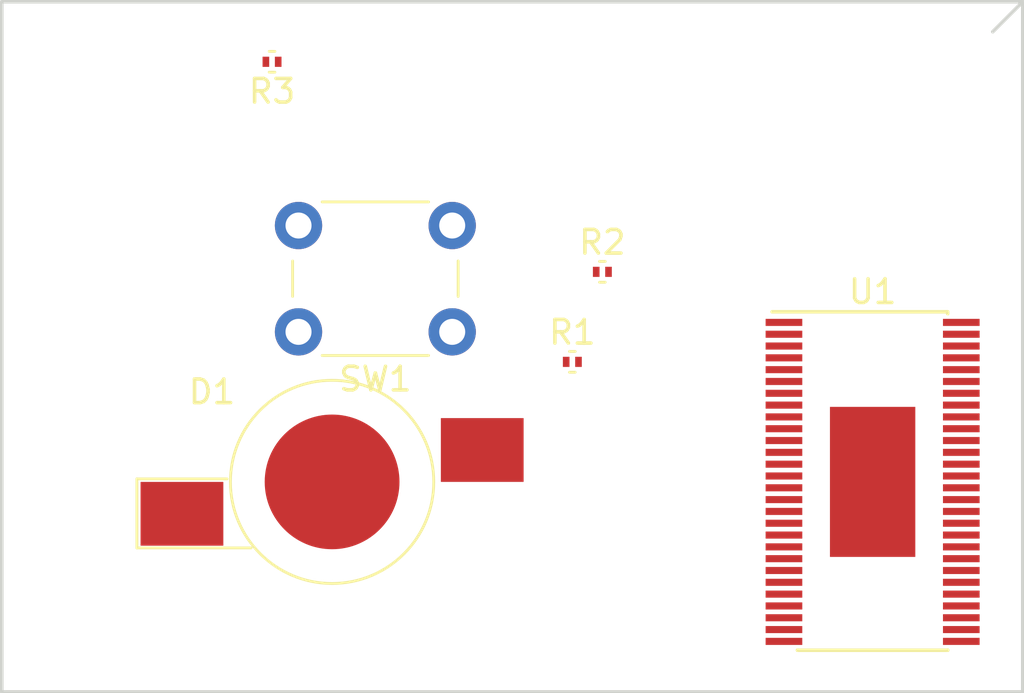
<source format=kicad_pcb>
(kicad_pcb (version 4) (host pcbnew 4.0.7)

  (general
    (links 11)
    (no_connects 11)
    (area 203.2 121.92 247.65 152.4)
    (thickness 1.6)
    (drawings 5)
    (tracks 0)
    (zones 0)
    (modules 6)
    (nets 30)
  )

  (page A4)
  (layers
    (0 F.Cu signal)
    (31 B.Cu signal)
    (32 B.Adhes user)
    (33 F.Adhes user)
    (34 B.Paste user)
    (35 F.Paste user)
    (36 B.SilkS user)
    (37 F.SilkS user)
    (38 B.Mask user)
    (39 F.Mask user)
    (40 Dwgs.User user)
    (41 Cmts.User user)
    (42 Eco1.User user)
    (43 Eco2.User user)
    (44 Edge.Cuts user)
    (45 Margin user)
    (46 B.CrtYd user)
    (47 F.CrtYd user)
    (48 B.Fab user)
    (49 F.Fab user)
  )

  (setup
    (last_trace_width 0.25)
    (trace_clearance 0.2)
    (zone_clearance 0.508)
    (zone_45_only no)
    (trace_min 0.2)
    (segment_width 0.2)
    (edge_width 0.15)
    (via_size 0.6)
    (via_drill 0.4)
    (via_min_size 0.4)
    (via_min_drill 0.3)
    (uvia_size 0.3)
    (uvia_drill 0.1)
    (uvias_allowed no)
    (uvia_min_size 0.2)
    (uvia_min_drill 0.1)
    (pcb_text_width 0.3)
    (pcb_text_size 1.5 1.5)
    (mod_edge_width 0.15)
    (mod_text_size 1 1)
    (mod_text_width 0.15)
    (pad_size 1.524 1.524)
    (pad_drill 0.762)
    (pad_to_mask_clearance 0.2)
    (aux_axis_origin 0 0)
    (visible_elements 7FFFFFFF)
    (pcbplotparams
      (layerselection 0x00030_80000001)
      (usegerberextensions false)
      (excludeedgelayer true)
      (linewidth 0.100000)
      (plotframeref false)
      (viasonmask false)
      (mode 1)
      (useauxorigin false)
      (hpglpennumber 1)
      (hpglpenspeed 20)
      (hpglpendiameter 15)
      (hpglpenoverlay 2)
      (psnegative false)
      (psa4output false)
      (plotreference true)
      (plotvalue true)
      (plotinvisibletext false)
      (padsonsilk false)
      (subtractmaskfromsilk false)
      (outputformat 1)
      (mirror false)
      (drillshape 1)
      (scaleselection 1)
      (outputdirectory ""))
  )

  (net 0 "")
  (net 1 "Net-(D1-Pad2)")
  (net 2 "Net-(D1-Pad1)")
  (net 3 +5V)
  (net 4 "Net-(R1-Pad2)")
  (net 5 GND)
  (net 6 "Net-(R3-Pad2)")
  (net 7 "Net-(U1-Pad3)")
  (net 8 "Net-(U1-Pad4)")
  (net 9 "Net-(U1-Pad5)")
  (net 10 "Net-(U1-Pad6)")
  (net 11 "Net-(U1-Pad9)")
  (net 12 "Net-(U1-Pad10)")
  (net 13 "Net-(U1-Pad11)")
  (net 14 "Net-(U1-Pad13)")
  (net 15 "Net-(U1-Pad14)")
  (net 16 "Net-(U1-Pad15)")
  (net 17 "Net-(U1-Pad16)")
  (net 18 "Net-(U1-Pad17)")
  (net 19 "Net-(U1-Pad18)")
  (net 20 "Net-(U1-Pad19)")
  (net 21 "Net-(U1-Pad20)")
  (net 22 "Net-(U1-Pad21)")
  (net 23 "Net-(U1-Pad22)")
  (net 24 "Net-(U1-Pad23)")
  (net 25 "Net-(U1-Pad24)")
  (net 26 "Net-(U1-Pad25)")
  (net 27 "Net-(U1-Pad26)")
  (net 28 "Net-(U1-Pad27)")
  (net 29 "Net-(U1-Pad28)")

  (net_class Default "This is the default net class."
    (clearance 0.2)
    (trace_width 0.25)
    (via_dia 0.6)
    (via_drill 0.4)
    (uvia_dia 0.3)
    (uvia_drill 0.1)
    (add_net +5V)
    (add_net GND)
    (add_net "Net-(D1-Pad1)")
    (add_net "Net-(D1-Pad2)")
    (add_net "Net-(R1-Pad2)")
    (add_net "Net-(R3-Pad2)")
    (add_net "Net-(U1-Pad10)")
    (add_net "Net-(U1-Pad11)")
    (add_net "Net-(U1-Pad13)")
    (add_net "Net-(U1-Pad14)")
    (add_net "Net-(U1-Pad15)")
    (add_net "Net-(U1-Pad16)")
    (add_net "Net-(U1-Pad17)")
    (add_net "Net-(U1-Pad18)")
    (add_net "Net-(U1-Pad19)")
    (add_net "Net-(U1-Pad20)")
    (add_net "Net-(U1-Pad21)")
    (add_net "Net-(U1-Pad22)")
    (add_net "Net-(U1-Pad23)")
    (add_net "Net-(U1-Pad24)")
    (add_net "Net-(U1-Pad25)")
    (add_net "Net-(U1-Pad26)")
    (add_net "Net-(U1-Pad27)")
    (add_net "Net-(U1-Pad28)")
    (add_net "Net-(U1-Pad3)")
    (add_net "Net-(U1-Pad4)")
    (add_net "Net-(U1-Pad5)")
    (add_net "Net-(U1-Pad6)")
    (add_net "Net-(U1-Pad9)")
  )

  (module LEDs:LED_1W_3W_R8 placed (layer F.Cu) (tedit 58AC980C) (tstamp 59D57E71)
    (at 218.44 143.51)
    (descr https://www.gme.cz/data/attachments/dsh.518-234.1.pdf)
    (tags "LED 1W 3W 5W")
    (path /59D58641)
    (attr smd)
    (fp_text reference D1 (at -5.08 -3.81) (layer F.SilkS)
      (effects (font (size 1 1) (thickness 0.15)))
    )
    (fp_text value LED (at 0 5.08) (layer F.Fab)
      (effects (font (size 1 1) (thickness 0.15)))
    )
    (fp_text user %R (at 0 -2.54) (layer F.Fab)
      (effects (font (size 1 1) (thickness 0.15)))
    )
    (fp_line (start -2.54 0) (end -1.27 0) (layer F.Fab) (width 0.1))
    (fp_line (start -1.27 -1.27) (end -1.27 1.27) (layer F.Fab) (width 0.1))
    (fp_line (start 1.27 0) (end 2.54 0) (layer F.Fab) (width 0.1))
    (fp_line (start 1.27 1.27) (end 1.27 0) (layer F.Fab) (width 0.1))
    (fp_line (start -1.27 0) (end 1.27 1.27) (layer F.Fab) (width 0.1))
    (fp_line (start 1.27 -1.27) (end 1.27 1.27) (layer F.Fab) (width 0.1))
    (fp_line (start -1.27 0) (end 1.27 -1.27) (layer F.Fab) (width 0.1))
    (fp_arc (start 0 0) (end 4.59 0.45) (angle 131.3332206) (layer F.CrtYd) (width 0.05))
    (fp_arc (start 0 0) (end -4.59 -0.45) (angle 131.3332206) (layer F.CrtYd) (width 0.05))
    (fp_line (start 8.55 0.45) (end 4.59 0.45) (layer F.CrtYd) (width 0.05))
    (fp_line (start 8.55 -3.15) (end 8.55 0.45) (layer F.CrtYd) (width 0.05))
    (fp_line (start 3.37 -3.15) (end 8.55 -3.15) (layer F.CrtYd) (width 0.05))
    (fp_line (start -8.55 3.15) (end -3.37 3.15) (layer F.CrtYd) (width 0.05))
    (fp_line (start -8.55 -0.45) (end -8.55 3.15) (layer F.CrtYd) (width 0.05))
    (fp_line (start -4.59 -0.45) (end -8.55 -0.45) (layer F.CrtYd) (width 0.05))
    (fp_line (start -8.255 2.794) (end -3.429 2.794) (layer F.SilkS) (width 0.12))
    (fp_line (start -8.255 -0.127) (end -8.255 2.794) (layer F.SilkS) (width 0.12))
    (fp_line (start -4.445 -0.127) (end -8.255 -0.127) (layer F.SilkS) (width 0.12))
    (fp_circle (center 0 0) (end -4.3 0) (layer F.SilkS) (width 0.12))
    (fp_line (start 4.318 1.016) (end 5.334 1.016) (layer F.Fab) (width 0.1))
    (fp_line (start -5.334 -1.016) (end -4.318 -1.016) (layer F.Fab) (width 0.1))
    (fp_line (start 4.826 1.524) (end 4.826 0.508) (layer F.Fab) (width 0.1))
    (fp_circle (center 0 0) (end 4.025 0) (layer F.Fab) (width 0.1))
    (pad 2 smd rect (at 6.35 -1.35) (size 3.5 2.7) (layers F.Cu F.Paste F.Mask)
      (net 1 "Net-(D1-Pad2)"))
    (pad 1 smd rect (at -6.35 1.35) (size 3.5 2.7) (layers F.Cu F.Paste F.Mask)
      (net 2 "Net-(D1-Pad1)"))
    (pad 3 smd circle (at 0 0) (size 5.7 5.7) (layers F.Cu F.Paste F.Mask))
    (model ${KISYS3DMOD}/LEDs.3dshapes/LED_1W_3W_R8.wrl
      (at (xyz 0 0 0))
      (scale (xyz 1 1 1))
      (rotate (xyz 0 0 0))
    )
  )

  (module Resistors_SMD:R_0201 placed (layer F.Cu) (tedit 58E0A804) (tstamp 59D57E77)
    (at 228.6 138.43)
    (descr "Resistor SMD 0201, reflow soldering, Vishay (see crcw0201e3.pdf)")
    (tags "resistor 0201")
    (path /59D58A0D)
    (attr smd)
    (fp_text reference R1 (at 0 -1.25) (layer F.SilkS)
      (effects (font (size 1 1) (thickness 0.15)))
    )
    (fp_text value 1K (at 0 1.3) (layer F.Fab)
      (effects (font (size 1 1) (thickness 0.15)))
    )
    (fp_text user %R (at 0 -1.25) (layer F.Fab)
      (effects (font (size 1 1) (thickness 0.15)))
    )
    (fp_line (start -0.3 0.15) (end -0.3 -0.15) (layer F.Fab) (width 0.1))
    (fp_line (start 0.3 0.15) (end -0.3 0.15) (layer F.Fab) (width 0.1))
    (fp_line (start 0.3 -0.15) (end 0.3 0.15) (layer F.Fab) (width 0.1))
    (fp_line (start -0.3 -0.15) (end 0.3 -0.15) (layer F.Fab) (width 0.1))
    (fp_line (start 0.12 -0.44) (end -0.12 -0.44) (layer F.SilkS) (width 0.12))
    (fp_line (start -0.12 0.44) (end 0.12 0.44) (layer F.SilkS) (width 0.12))
    (fp_line (start -0.55 -0.37) (end 0.55 -0.37) (layer F.CrtYd) (width 0.05))
    (fp_line (start -0.55 -0.37) (end -0.55 0.36) (layer F.CrtYd) (width 0.05))
    (fp_line (start 0.55 0.36) (end 0.55 -0.37) (layer F.CrtYd) (width 0.05))
    (fp_line (start 0.55 0.36) (end -0.55 0.36) (layer F.CrtYd) (width 0.05))
    (pad 1 smd rect (at -0.26 0) (size 0.28 0.43) (layers F.Cu F.Paste F.Mask)
      (net 3 +5V))
    (pad 2 smd rect (at 0.26 0) (size 0.28 0.43) (layers F.Cu F.Paste F.Mask)
      (net 4 "Net-(R1-Pad2)"))
    (model ${KISYS3DMOD}/Resistors_SMD.3dshapes/R_0201.wrl
      (at (xyz 0 0 0))
      (scale (xyz 1 1 1))
      (rotate (xyz 0 0 0))
    )
  )

  (module Resistors_SMD:R_0201 placed (layer F.Cu) (tedit 58E0A804) (tstamp 59D57E7D)
    (at 229.87 134.62)
    (descr "Resistor SMD 0201, reflow soldering, Vishay (see crcw0201e3.pdf)")
    (tags "resistor 0201")
    (path /59D591D0)
    (attr smd)
    (fp_text reference R2 (at 0 -1.25) (layer F.SilkS)
      (effects (font (size 1 1) (thickness 0.15)))
    )
    (fp_text value 10K (at 0 1.3) (layer F.Fab)
      (effects (font (size 1 1) (thickness 0.15)))
    )
    (fp_text user %R (at 0 -1.25) (layer F.Fab)
      (effects (font (size 1 1) (thickness 0.15)))
    )
    (fp_line (start -0.3 0.15) (end -0.3 -0.15) (layer F.Fab) (width 0.1))
    (fp_line (start 0.3 0.15) (end -0.3 0.15) (layer F.Fab) (width 0.1))
    (fp_line (start 0.3 -0.15) (end 0.3 0.15) (layer F.Fab) (width 0.1))
    (fp_line (start -0.3 -0.15) (end 0.3 -0.15) (layer F.Fab) (width 0.1))
    (fp_line (start 0.12 -0.44) (end -0.12 -0.44) (layer F.SilkS) (width 0.12))
    (fp_line (start -0.12 0.44) (end 0.12 0.44) (layer F.SilkS) (width 0.12))
    (fp_line (start -0.55 -0.37) (end 0.55 -0.37) (layer F.CrtYd) (width 0.05))
    (fp_line (start -0.55 -0.37) (end -0.55 0.36) (layer F.CrtYd) (width 0.05))
    (fp_line (start 0.55 0.36) (end 0.55 -0.37) (layer F.CrtYd) (width 0.05))
    (fp_line (start 0.55 0.36) (end -0.55 0.36) (layer F.CrtYd) (width 0.05))
    (pad 1 smd rect (at -0.26 0) (size 0.28 0.43) (layers F.Cu F.Paste F.Mask)
      (net 2 "Net-(D1-Pad1)"))
    (pad 2 smd rect (at 0.26 0) (size 0.28 0.43) (layers F.Cu F.Paste F.Mask)
      (net 5 GND))
    (model ${KISYS3DMOD}/Resistors_SMD.3dshapes/R_0201.wrl
      (at (xyz 0 0 0))
      (scale (xyz 1 1 1))
      (rotate (xyz 0 0 0))
    )
  )

  (module Resistors_SMD:R_0201 placed (layer F.Cu) (tedit 58E0A804) (tstamp 59D57E83)
    (at 215.9 125.73 180)
    (descr "Resistor SMD 0201, reflow soldering, Vishay (see crcw0201e3.pdf)")
    (tags "resistor 0201")
    (path /59D59152)
    (attr smd)
    (fp_text reference R3 (at 0 -1.25 180) (layer F.SilkS)
      (effects (font (size 1 1) (thickness 0.15)))
    )
    (fp_text value 1K (at 0 1.3 180) (layer F.Fab)
      (effects (font (size 1 1) (thickness 0.15)))
    )
    (fp_text user %R (at 0 -1.25 180) (layer F.Fab)
      (effects (font (size 1 1) (thickness 0.15)))
    )
    (fp_line (start -0.3 0.15) (end -0.3 -0.15) (layer F.Fab) (width 0.1))
    (fp_line (start 0.3 0.15) (end -0.3 0.15) (layer F.Fab) (width 0.1))
    (fp_line (start 0.3 -0.15) (end 0.3 0.15) (layer F.Fab) (width 0.1))
    (fp_line (start -0.3 -0.15) (end 0.3 -0.15) (layer F.Fab) (width 0.1))
    (fp_line (start 0.12 -0.44) (end -0.12 -0.44) (layer F.SilkS) (width 0.12))
    (fp_line (start -0.12 0.44) (end 0.12 0.44) (layer F.SilkS) (width 0.12))
    (fp_line (start -0.55 -0.37) (end 0.55 -0.37) (layer F.CrtYd) (width 0.05))
    (fp_line (start -0.55 -0.37) (end -0.55 0.36) (layer F.CrtYd) (width 0.05))
    (fp_line (start 0.55 0.36) (end 0.55 -0.37) (layer F.CrtYd) (width 0.05))
    (fp_line (start 0.55 0.36) (end -0.55 0.36) (layer F.CrtYd) (width 0.05))
    (pad 1 smd rect (at -0.26 0 180) (size 0.28 0.43) (layers F.Cu F.Paste F.Mask)
      (net 2 "Net-(D1-Pad1)"))
    (pad 2 smd rect (at 0.26 0 180) (size 0.28 0.43) (layers F.Cu F.Paste F.Mask)
      (net 6 "Net-(R3-Pad2)"))
    (model ${KISYS3DMOD}/Resistors_SMD.3dshapes/R_0201.wrl
      (at (xyz 0 0 0))
      (scale (xyz 1 1 1))
      (rotate (xyz 0 0 0))
    )
  )

  (module Buttons_Switches_THT:SW_PUSH_6mm placed (layer F.Cu) (tedit 5923F252) (tstamp 59D57E8B)
    (at 223.52 137.16 180)
    (descr https://www.omron.com/ecb/products/pdf/en-b3f.pdf)
    (tags "tact sw push 6mm")
    (path /59D58E72)
    (fp_text reference SW1 (at 3.25 -2 180) (layer F.SilkS)
      (effects (font (size 1 1) (thickness 0.15)))
    )
    (fp_text value SW_Push (at 3.75 6.7 180) (layer F.Fab)
      (effects (font (size 1 1) (thickness 0.15)))
    )
    (fp_text user %R (at 3.25 2.25 180) (layer F.Fab)
      (effects (font (size 1 1) (thickness 0.15)))
    )
    (fp_line (start 3.25 -0.75) (end 6.25 -0.75) (layer F.Fab) (width 0.1))
    (fp_line (start 6.25 -0.75) (end 6.25 5.25) (layer F.Fab) (width 0.1))
    (fp_line (start 6.25 5.25) (end 0.25 5.25) (layer F.Fab) (width 0.1))
    (fp_line (start 0.25 5.25) (end 0.25 -0.75) (layer F.Fab) (width 0.1))
    (fp_line (start 0.25 -0.75) (end 3.25 -0.75) (layer F.Fab) (width 0.1))
    (fp_line (start 7.75 6) (end 8 6) (layer F.CrtYd) (width 0.05))
    (fp_line (start 8 6) (end 8 5.75) (layer F.CrtYd) (width 0.05))
    (fp_line (start 7.75 -1.5) (end 8 -1.5) (layer F.CrtYd) (width 0.05))
    (fp_line (start 8 -1.5) (end 8 -1.25) (layer F.CrtYd) (width 0.05))
    (fp_line (start -1.5 -1.25) (end -1.5 -1.5) (layer F.CrtYd) (width 0.05))
    (fp_line (start -1.5 -1.5) (end -1.25 -1.5) (layer F.CrtYd) (width 0.05))
    (fp_line (start -1.5 5.75) (end -1.5 6) (layer F.CrtYd) (width 0.05))
    (fp_line (start -1.5 6) (end -1.25 6) (layer F.CrtYd) (width 0.05))
    (fp_line (start -1.25 -1.5) (end 7.75 -1.5) (layer F.CrtYd) (width 0.05))
    (fp_line (start -1.5 5.75) (end -1.5 -1.25) (layer F.CrtYd) (width 0.05))
    (fp_line (start 7.75 6) (end -1.25 6) (layer F.CrtYd) (width 0.05))
    (fp_line (start 8 -1.25) (end 8 5.75) (layer F.CrtYd) (width 0.05))
    (fp_line (start 1 5.5) (end 5.5 5.5) (layer F.SilkS) (width 0.12))
    (fp_line (start -0.25 1.5) (end -0.25 3) (layer F.SilkS) (width 0.12))
    (fp_line (start 5.5 -1) (end 1 -1) (layer F.SilkS) (width 0.12))
    (fp_line (start 6.75 3) (end 6.75 1.5) (layer F.SilkS) (width 0.12))
    (fp_circle (center 3.25 2.25) (end 1.25 2.5) (layer F.Fab) (width 0.1))
    (pad 2 thru_hole circle (at 0 4.5 270) (size 2 2) (drill 1.1) (layers *.Cu *.Mask)
      (net 2 "Net-(D1-Pad1)"))
    (pad 1 thru_hole circle (at 0 0 270) (size 2 2) (drill 1.1) (layers *.Cu *.Mask)
      (net 3 +5V))
    (pad 2 thru_hole circle (at 6.5 4.5 270) (size 2 2) (drill 1.1) (layers *.Cu *.Mask)
      (net 2 "Net-(D1-Pad1)"))
    (pad 1 thru_hole circle (at 6.5 0 270) (size 2 2) (drill 1.1) (layers *.Cu *.Mask)
      (net 3 +5V))
    (model ${KISYS3DMOD}/Buttons_Switches_THT.3dshapes/SW_PUSH_6mm.wrl
      (at (xyz 0.005 0 0))
      (scale (xyz 0.3937 0.3937 0.3937))
      (rotate (xyz 0 0 0))
    )
  )

  (module Housings_SSOP:HTSSOP-56-1EP_6.1x14mm_Pitch0.5mm placed (layer F.Cu) (tedit 59B99180) (tstamp 59D57EC8)
    (at 241.3 143.51)
    (descr "HTSSOP56: plastic thin shrink small outline package http://www.ti.com/lit/ds/symlink/drv8301.pdf")
    (tags "HTSSOP 0.5")
    (path /59D5885A)
    (attr smd)
    (fp_text reference U1 (at 0 -8.05) (layer F.SilkS)
      (effects (font (size 1 1) (thickness 0.15)))
    )
    (fp_text value ATMEGA8-16PU (at 0 8.05) (layer F.Fab)
      (effects (font (size 1 1) (thickness 0.15)))
    )
    (fp_line (start -2.05 -7) (end 3.05 -7) (layer F.Fab) (width 0.15))
    (fp_line (start 3.05 -7) (end 3.05 7) (layer F.Fab) (width 0.15))
    (fp_line (start 3.05 7) (end -3.05 7) (layer F.Fab) (width 0.15))
    (fp_line (start -3.05 7) (end -3.05 -6) (layer F.Fab) (width 0.15))
    (fp_line (start -3.05 -6) (end -2.05 -7) (layer F.Fab) (width 0.15))
    (fp_line (start -4.8 -7.3) (end -4.8 7.3) (layer F.CrtYd) (width 0.05))
    (fp_line (start 4.8 -7.3) (end 4.8 7.3) (layer F.CrtYd) (width 0.05))
    (fp_line (start -4.8 -7.3) (end 4.8 -7.3) (layer F.CrtYd) (width 0.05))
    (fp_line (start -4.8 7.3) (end 4.8 7.3) (layer F.CrtYd) (width 0.05))
    (fp_line (start 3.175 -7.125) (end 3.175 -7.1175) (layer F.SilkS) (width 0.15))
    (fp_line (start 3.175 7.125) (end 3.175 7.1175) (layer F.SilkS) (width 0.15))
    (fp_line (start -3.175 7.125) (end -3.175 7.1175) (layer F.SilkS) (width 0.15))
    (fp_line (start -4.25 -7.2) (end 3.175 -7.2) (layer F.SilkS) (width 0.15))
    (fp_line (start -3.175 7.125) (end 3.175 7.125) (layer F.SilkS) (width 0.15))
    (fp_text user %R (at 0 0) (layer F.Fab)
      (effects (font (size 1 1) (thickness 0.15)))
    )
    (pad 1 smd rect (at -3.75 -6.75) (size 1.55 0.3) (layers F.Cu F.Paste F.Mask)
      (net 4 "Net-(R1-Pad2)"))
    (pad 2 smd rect (at -3.75 -6.25) (size 1.55 0.3) (layers F.Cu F.Paste F.Mask)
      (net 6 "Net-(R3-Pad2)"))
    (pad 3 smd rect (at -3.75 -5.75) (size 1.55 0.3) (layers F.Cu F.Paste F.Mask)
      (net 7 "Net-(U1-Pad3)"))
    (pad 4 smd rect (at -3.75 -5.25) (size 1.55 0.3) (layers F.Cu F.Paste F.Mask)
      (net 8 "Net-(U1-Pad4)"))
    (pad 5 smd rect (at -3.75 -4.75) (size 1.55 0.3) (layers F.Cu F.Paste F.Mask)
      (net 9 "Net-(U1-Pad5)"))
    (pad 6 smd rect (at -3.75 -4.25) (size 1.55 0.3) (layers F.Cu F.Paste F.Mask)
      (net 10 "Net-(U1-Pad6)"))
    (pad 7 smd rect (at -3.75 -3.75) (size 1.55 0.3) (layers F.Cu F.Paste F.Mask)
      (net 3 +5V))
    (pad 8 smd rect (at -3.75 -3.25) (size 1.55 0.3) (layers F.Cu F.Paste F.Mask)
      (net 5 GND))
    (pad 9 smd rect (at -3.75 -2.75) (size 1.55 0.3) (layers F.Cu F.Paste F.Mask)
      (net 11 "Net-(U1-Pad9)"))
    (pad 10 smd rect (at -3.75 -2.25) (size 1.55 0.3) (layers F.Cu F.Paste F.Mask)
      (net 12 "Net-(U1-Pad10)"))
    (pad 11 smd rect (at -3.75 -1.75) (size 1.55 0.3) (layers F.Cu F.Paste F.Mask)
      (net 13 "Net-(U1-Pad11)"))
    (pad 12 smd rect (at -3.75 -1.25) (size 1.55 0.3) (layers F.Cu F.Paste F.Mask)
      (net 1 "Net-(D1-Pad2)"))
    (pad 13 smd rect (at -3.75 -0.75) (size 1.55 0.3) (layers F.Cu F.Paste F.Mask)
      (net 14 "Net-(U1-Pad13)"))
    (pad 14 smd rect (at -3.75 -0.25) (size 1.55 0.3) (layers F.Cu F.Paste F.Mask)
      (net 15 "Net-(U1-Pad14)"))
    (pad 15 smd rect (at -3.75 0.25) (size 1.55 0.3) (layers F.Cu F.Paste F.Mask)
      (net 16 "Net-(U1-Pad15)"))
    (pad 16 smd rect (at -3.75 0.75) (size 1.55 0.3) (layers F.Cu F.Paste F.Mask)
      (net 17 "Net-(U1-Pad16)"))
    (pad 17 smd rect (at -3.75 1.25) (size 1.55 0.3) (layers F.Cu F.Paste F.Mask)
      (net 18 "Net-(U1-Pad17)"))
    (pad 18 smd rect (at -3.75 1.75) (size 1.55 0.3) (layers F.Cu F.Paste F.Mask)
      (net 19 "Net-(U1-Pad18)"))
    (pad 19 smd rect (at -3.75 2.25) (size 1.55 0.3) (layers F.Cu F.Paste F.Mask)
      (net 20 "Net-(U1-Pad19)"))
    (pad 20 smd rect (at -3.75 2.75) (size 1.55 0.3) (layers F.Cu F.Paste F.Mask)
      (net 21 "Net-(U1-Pad20)"))
    (pad 21 smd rect (at -3.75 3.25) (size 1.55 0.3) (layers F.Cu F.Paste F.Mask)
      (net 22 "Net-(U1-Pad21)"))
    (pad 22 smd rect (at -3.75 3.75) (size 1.55 0.3) (layers F.Cu F.Paste F.Mask)
      (net 23 "Net-(U1-Pad22)"))
    (pad 23 smd rect (at -3.75 4.25) (size 1.55 0.3) (layers F.Cu F.Paste F.Mask)
      (net 24 "Net-(U1-Pad23)"))
    (pad 24 smd rect (at -3.75 4.75) (size 1.55 0.3) (layers F.Cu F.Paste F.Mask)
      (net 25 "Net-(U1-Pad24)"))
    (pad 25 smd rect (at -3.75 5.25) (size 1.55 0.3) (layers F.Cu F.Paste F.Mask)
      (net 26 "Net-(U1-Pad25)"))
    (pad 26 smd rect (at -3.75 5.75) (size 1.55 0.3) (layers F.Cu F.Paste F.Mask)
      (net 27 "Net-(U1-Pad26)"))
    (pad 27 smd rect (at -3.75 6.25) (size 1.55 0.3) (layers F.Cu F.Paste F.Mask)
      (net 28 "Net-(U1-Pad27)"))
    (pad 28 smd rect (at -3.75 6.75) (size 1.55 0.3) (layers F.Cu F.Paste F.Mask)
      (net 29 "Net-(U1-Pad28)"))
    (pad 29 smd rect (at 3.75 6.75) (size 1.55 0.3) (layers F.Cu F.Paste F.Mask))
    (pad 30 smd rect (at 3.75 6.25) (size 1.55 0.3) (layers F.Cu F.Paste F.Mask))
    (pad 31 smd rect (at 3.75 5.75) (size 1.55 0.3) (layers F.Cu F.Paste F.Mask))
    (pad 32 smd rect (at 3.75 5.25) (size 1.55 0.3) (layers F.Cu F.Paste F.Mask))
    (pad 33 smd rect (at 3.75 4.75) (size 1.55 0.3) (layers F.Cu F.Paste F.Mask))
    (pad 34 smd rect (at 3.75 4.25) (size 1.55 0.3) (layers F.Cu F.Paste F.Mask))
    (pad 35 smd rect (at 3.75 3.75) (size 1.55 0.3) (layers F.Cu F.Paste F.Mask))
    (pad 36 smd rect (at 3.75 3.25) (size 1.55 0.3) (layers F.Cu F.Paste F.Mask))
    (pad 37 smd rect (at 3.75 2.75) (size 1.55 0.3) (layers F.Cu F.Paste F.Mask))
    (pad 38 smd rect (at 3.75 2.25) (size 1.55 0.3) (layers F.Cu F.Paste F.Mask))
    (pad 39 smd rect (at 3.75 1.75) (size 1.55 0.3) (layers F.Cu F.Paste F.Mask))
    (pad 40 smd rect (at 3.75 1.25) (size 1.55 0.3) (layers F.Cu F.Paste F.Mask))
    (pad 41 smd rect (at 3.75 0.75) (size 1.55 0.3) (layers F.Cu F.Paste F.Mask))
    (pad 42 smd rect (at 3.75 0.25) (size 1.55 0.3) (layers F.Cu F.Paste F.Mask))
    (pad 43 smd rect (at 3.75 -0.25) (size 1.55 0.3) (layers F.Cu F.Paste F.Mask))
    (pad 44 smd rect (at 3.75 -0.75) (size 1.55 0.3) (layers F.Cu F.Paste F.Mask))
    (pad 45 smd rect (at 3.75 -1.25) (size 1.55 0.3) (layers F.Cu F.Paste F.Mask))
    (pad 46 smd rect (at 3.75 -1.75) (size 1.55 0.3) (layers F.Cu F.Paste F.Mask))
    (pad 47 smd rect (at 3.75 -2.25) (size 1.55 0.3) (layers F.Cu F.Paste F.Mask))
    (pad 48 smd rect (at 3.75 -2.75) (size 1.55 0.3) (layers F.Cu F.Paste F.Mask))
    (pad 49 smd rect (at 3.75 -3.25) (size 1.55 0.3) (layers F.Cu F.Paste F.Mask))
    (pad 50 smd rect (at 3.75 -3.75) (size 1.55 0.3) (layers F.Cu F.Paste F.Mask))
    (pad 51 smd rect (at 3.75 -4.25) (size 1.55 0.3) (layers F.Cu F.Paste F.Mask))
    (pad 52 smd rect (at 3.75 -4.75) (size 1.55 0.3) (layers F.Cu F.Paste F.Mask))
    (pad 53 smd rect (at 3.75 -5.25) (size 1.55 0.3) (layers F.Cu F.Paste F.Mask))
    (pad 54 smd rect (at 3.75 -5.75) (size 1.55 0.3) (layers F.Cu F.Paste F.Mask))
    (pad 55 smd rect (at 3.75 -6.25) (size 1.55 0.3) (layers F.Cu F.Paste F.Mask))
    (pad 56 smd rect (at 3.75 -6.75) (size 1.55 0.3) (layers F.Cu F.Paste F.Mask))
    (pad 57 smd rect (at 0 0) (size 3.61 6.35) (layers F.Cu F.Paste F.Mask))
    (model ${KISYS3DMOD}/Housings_SSOP.3dshapes/HTSSOP-56-1EP_6.1x14mm_Pitch0.5mm.wrl
      (at (xyz 0 0 0))
      (scale (xyz 1 1 1))
      (rotate (xyz 0 0 0))
    )
  )

  (gr_line (start 247.65 123.19) (end 246.38 124.46) (angle 90) (layer Edge.Cuts) (width 0.15))
  (gr_line (start 247.65 152.4) (end 247.65 123.19) (angle 90) (layer Edge.Cuts) (width 0.15))
  (gr_line (start 204.47 152.4) (end 247.65 152.4) (angle 90) (layer Edge.Cuts) (width 0.15))
  (gr_line (start 204.47 123.19) (end 204.47 152.4) (angle 90) (layer Edge.Cuts) (width 0.15))
  (gr_line (start 247.65 123.19) (end 204.47 123.19) (angle 90) (layer Edge.Cuts) (width 0.15))

)

</source>
